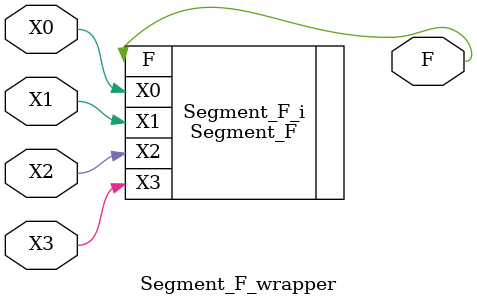
<source format=v>
`timescale 1 ps / 1 ps

module Segment_F_wrapper
   (F,
    X0,
    X1,
    X2,
    X3);
  output F;
  input X0;
  input X1;
  input X2;
  input X3;

  wire F;
  wire X0;
  wire X1;
  wire X2;
  wire X3;

  Segment_F Segment_F_i
       (.F(F),
        .X0(X0),
        .X1(X1),
        .X2(X2),
        .X3(X3));
endmodule

</source>
